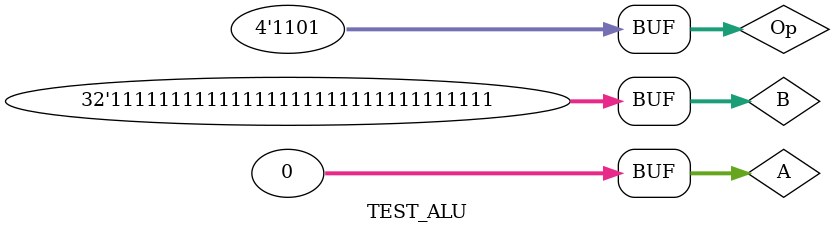
<source format=v>
`timescale 1ns / 1ps


module TEST_ALU;

	// Inputs
	reg [31:0] A;
	reg [31:0] B;
	reg [3:0] Op;

	// Outputs
	wire [31:0] Out;
	wire Zero;

	// Instantiate the Unit Under Test (UUT)
	ALU uut (
		.Out(Out), 
		.Zero(Zero), 
		.A(A), 
		.B(B), 
		.Op(Op)
	);

	initial begin
		// Initialize Inputs
		A = 32'b0;
		B = 32'b0;
		Op = 4'b0000;
		#0.002;
		Op = 4'b0001;
		#0.002;
		Op = 4'b0010;
		#0.002;
		Op = 4'b0011;
		#0.002;
		Op = 4'b0100;
		#0.002;
		Op = 4'b1000;
		#0.002;
		Op = 4'b1010;
		#0.002;
		Op = 4'b1001;
		#0.002;
		Op = 4'b1100;
		#0.004;
		Op = 4'b1101;
		#0.004;
		A = 32'b1;
		B = 32'b0;
		Op = 4'b0000;
		#0.004;
		Op = 4'b0001;
		#0.004;
		Op = 4'b0010;
		#0.004;
		Op = 4'b0011;
		#0.004;
		Op = 4'b0100;
		#0.004;
		Op = 4'b1000;
		#0.004;
		Op = 4'b1010;
		#0.004;
		Op = 4'b1001;
		#0.004;
		Op = 4'b1100;
		#0.004;
		Op = 4'b1101;
		#0.004;
		A = 32'b11111111111111111111111111111111;
		B = 32'b0;
		Op = 4'b0000;
		#0.004;
		Op = 4'b0001;
		#0.004;
		Op = 4'b0010;
		#0.004;
		Op = 4'b0011;
		#0.004;
		Op = 4'b0100;
		#0.004;
		Op = 4'b1000;
		#0.004;
		Op = 4'b1010;
		#0.004;
		Op = 4'b1001;
		#0.004;
		Op = 4'b1100;
		#0.004;
		Op = 4'b1101;
		#0.004;
		A = 32'b101010111000111;
		B = 32'b10100000000000010101;
		Op = 4'b0000;
		#0.004;
		Op = 4'b0001;
		#0.004;
		Op = 4'b0010;
		#0.004;
		Op = 4'b0011;
		#0.004;
		Op = 4'b0100;
		#0.004;
		Op = 4'b1000;
		#0.004;
		Op = 4'b1010;
		#0.004;
		Op = 4'b1001;
		#0.004;
		Op = 4'b1100;
		#0.004;
		Op = 4'b1101;
		#0.004;
		A = 32'd1000000;
		B = 32'd1000000;
		Op = 4'b0000;
		#0.004;
		Op = 4'b0001;
		#0.002;
		Op = 4'b0010;
		#0.002;
		Op = 4'b0011;
		#0.002;
		Op = 4'b0100;
		#0.002;
		Op = 4'b1000;
		#0.002;
		Op = 4'b1010;
		#0.002;
		Op = 4'b1001;
		#0.002;
		Op = 4'b1100;
		#0.002;
		Op = 4'b1101;
		#0.002;
		A = 32'b0;
		B = 32'b11111111111111111111111111111111111111111111111111111;
		Op = 4'b0000;
		#0.002;
		Op = 4'b0001;
		#0.002;
		Op = 4'b0010;
		#0.002;
		Op = 4'b0011;
		#0.002;
		Op = 4'b0100;
		#0.002;
		Op = 4'b1000;
		#0.002;
		Op = 4'b1010;
		#0.002;
		Op = 4'b1001;
		#0.002;
		Op = 4'b1100;
		#0.002;
		Op = 4'b1101;
		#0.002;
		
		

	end
      
endmodule


</source>
